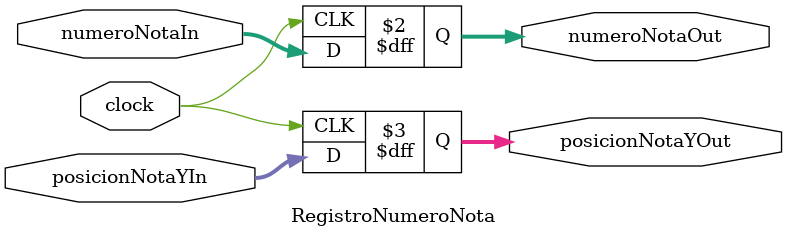
<source format=v>
`timescale 1ns / 1ps
module RegistroNumeroNota(
	input wire [6:0] numeroNotaIn,
	input wire [9:0] posicionNotaYIn,
	input wire clock,
	output reg [6:0] numeroNotaOut,
	output reg [9:0] posicionNotaYOut
    );


always @(posedge clock)
	begin
		numeroNotaOut <= numeroNotaIn;
		posicionNotaYOut <= posicionNotaYIn;
	end

endmodule

</source>
